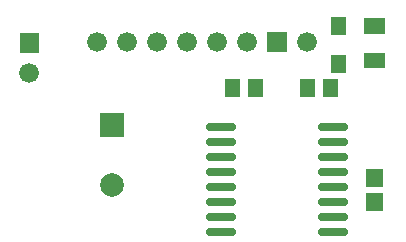
<source format=gts>
G04 Layer: TopSolderMaskLayer*
G04 EasyEDA v6.4.25, 2021-09-25T13:37:10+12:00*
G04 999b5c9e67184b5eb4e2c979d079c973,63364df06a3448e09d62fec64a914f60,10*
G04 Gerber Generator version 0.2*
G04 Scale: 100 percent, Rotated: No, Reflected: No *
G04 Dimensions in millimeters *
G04 leading zeros omitted , absolute positions ,4 integer and 5 decimal *
%FSLAX45Y45*%
%MOMM*%

%ADD25C,0.6756*%
%ADD26C,2.0020*%
%ADD32C,1.6764*%

%LPD*%
D25*
X2537294Y4876800D02*
G01*
X2354643Y4876800D01*
X2537294Y4749800D02*
G01*
X2354643Y4749800D01*
X2537294Y4622800D02*
G01*
X2354643Y4622800D01*
X2537294Y4495800D02*
G01*
X2354643Y4495800D01*
X2537294Y4368800D02*
G01*
X2354643Y4368800D01*
X2537294Y4241800D02*
G01*
X2354643Y4241800D01*
X2537294Y4114800D02*
G01*
X2354643Y4114800D01*
X2537294Y3987800D02*
G01*
X2354643Y3987800D01*
X3487356Y4876800D02*
G01*
X3304705Y4876800D01*
X3487356Y4749800D02*
G01*
X3304705Y4749800D01*
X3487356Y4622800D02*
G01*
X3304705Y4622800D01*
X3487356Y4495800D02*
G01*
X3304705Y4495800D01*
X3487356Y4368800D02*
G01*
X3304705Y4368800D01*
X3487356Y4241800D02*
G01*
X3304705Y4241800D01*
X3487356Y4114800D02*
G01*
X3304705Y4114800D01*
X3487356Y3987800D02*
G01*
X3304705Y3987800D01*
D26*
G01*
X1522806Y4386706D03*
G36*
X1422654Y4794504D02*
G01*
X1422654Y4994910D01*
X1622805Y4994910D01*
X1622805Y4794504D01*
G37*
G36*
X3656329Y5374639D02*
G01*
X3656329Y5505704D01*
X3836670Y5505704D01*
X3836670Y5374639D01*
G37*
G36*
X3656329Y5670295D02*
G01*
X3656329Y5801360D01*
X3836670Y5801360D01*
X3836670Y5670295D01*
G37*
G36*
X3673856Y4164837D02*
G01*
X3673856Y4315968D01*
X3819143Y4315968D01*
X3819143Y4164837D01*
G37*
G36*
X3673856Y4370831D02*
G01*
X3673856Y4521962D01*
X3819143Y4521962D01*
X3819143Y4370831D01*
G37*
G36*
X3375659Y5660136D02*
G01*
X3375659Y5810504D01*
X3507740Y5810504D01*
X3507740Y5660136D01*
G37*
G36*
X3375659Y5340095D02*
G01*
X3375659Y5490463D01*
X3507740Y5490463D01*
X3507740Y5340095D01*
G37*
G36*
X3311397Y5133086D02*
G01*
X3311397Y5280913D01*
X3434841Y5280913D01*
X3434841Y5133086D01*
G37*
G36*
X3118358Y5133086D02*
G01*
X3118358Y5280913D01*
X3241802Y5280913D01*
X3241802Y5133086D01*
G37*
G36*
X2676397Y5133086D02*
G01*
X2676397Y5280913D01*
X2799841Y5280913D01*
X2799841Y5133086D01*
G37*
G36*
X2483358Y5133086D02*
G01*
X2483358Y5280913D01*
X2606802Y5280913D01*
X2606802Y5133086D01*
G37*
D32*
G01*
X3175000Y5600700D03*
G36*
X2837179Y5516879D02*
G01*
X2837179Y5684520D01*
X3004820Y5684520D01*
X3004820Y5516879D01*
G37*
G01*
X2667000Y5600700D03*
G01*
X2413000Y5600700D03*
G01*
X2159000Y5600700D03*
G01*
X1905000Y5600700D03*
G01*
X1651000Y5600700D03*
G01*
X1397000Y5600700D03*
G36*
X741679Y5504179D02*
G01*
X741679Y5671820D01*
X909320Y5671820D01*
X909320Y5504179D01*
G37*
G01*
X825500Y5334000D03*
M02*

</source>
